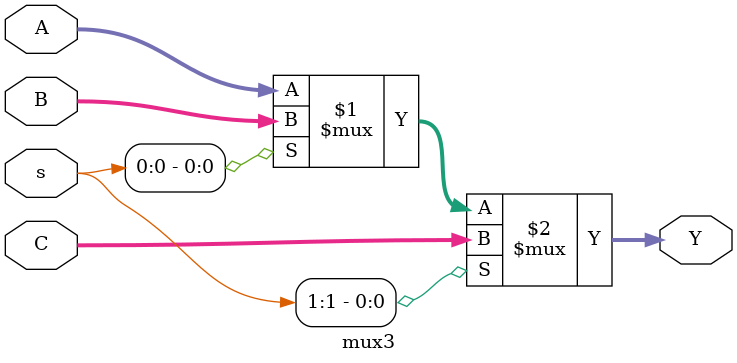
<source format=v>
module mux3 #(parameter WIDTH = 32) (
    input wire [WIDTH-1:0] A, 
    input wire [WIDTH-1:0] B, 
    input wire [WIDTH-1:0] C,
    input wire [1:0] s,
    output wire [WIDTH-1:0] Y
);
    assign Y = s[1] ? C : (s[0] ? B : A);
endmodule


</source>
